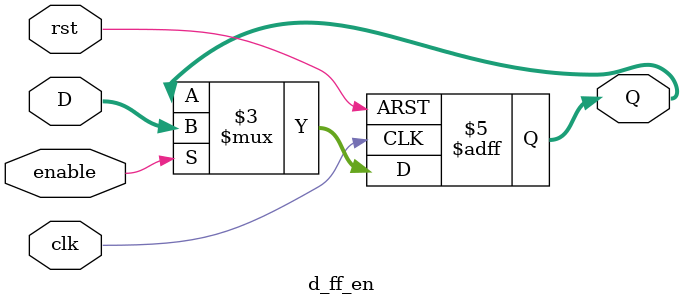
<source format=v>
`timescale 1ns / 1ps

module d_ff_en	# (parameter W = 32)
(
input wire clk, //system clock
input wire rst, //system reset
input wire enable, //load signal
input wire [W-1:0] D, //input signal
output reg [W-1:0] Q //output signal
);
always @(posedge clk,posedge rst)
begin
    if(rst)
        Q <= 0;
    else if(enable)
        Q <= D;
    else
        Q <= Q;
end
endmodule

</source>
